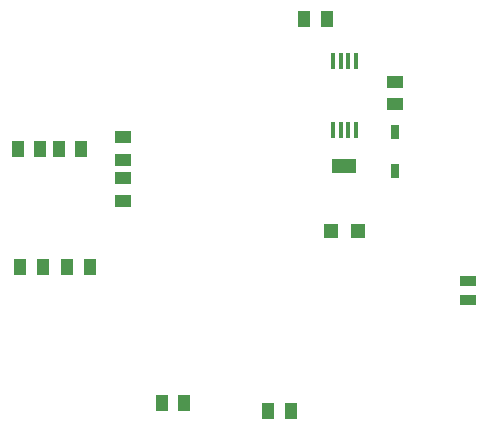
<source format=gtp>
G04*
G04 #@! TF.GenerationSoftware,Altium Limited,Altium Designer,24.3.1 (35)*
G04*
G04 Layer_Color=8421504*
%FSLAX25Y25*%
%MOIN*%
G70*
G04*
G04 #@! TF.SameCoordinates,C640A665-BD72-4C55-9E38-BDB06A3A2499*
G04*
G04*
G04 #@! TF.FilePolarity,Positive*
G04*
G01*
G75*
%ADD14R,0.05118X0.05118*%
%ADD15R,0.07874X0.05118*%
%ADD16R,0.01772X0.05807*%
%ADD17R,0.04134X0.05512*%
%ADD18R,0.05512X0.04134*%
%ADD19R,0.02953X0.04921*%
%ADD20R,0.05472X0.03583*%
D14*
X122343Y59740D02*
D03*
X113287D02*
D03*
D15*
X117815Y81394D02*
D03*
D16*
X113976Y93449D02*
D03*
X116535D02*
D03*
X119095D02*
D03*
X121654D02*
D03*
Y116583D02*
D03*
X119095D02*
D03*
X116535D02*
D03*
X113976D02*
D03*
D17*
X92421Y-299D02*
D03*
X99902D02*
D03*
X25492Y47929D02*
D03*
X32972D02*
D03*
X8957Y87300D02*
D03*
X16437D02*
D03*
X22539D02*
D03*
X30020D02*
D03*
X9744Y47929D02*
D03*
X17224D02*
D03*
X56988Y2654D02*
D03*
X64468D02*
D03*
X111909Y130606D02*
D03*
X104429D02*
D03*
D18*
X134547Y102063D02*
D03*
Y109544D02*
D03*
X43996Y91040D02*
D03*
Y83559D02*
D03*
Y77457D02*
D03*
Y69977D02*
D03*
D19*
X134547Y92811D02*
D03*
Y79819D02*
D03*
D20*
X159154Y36827D02*
D03*
Y43284D02*
D03*
M02*

</source>
